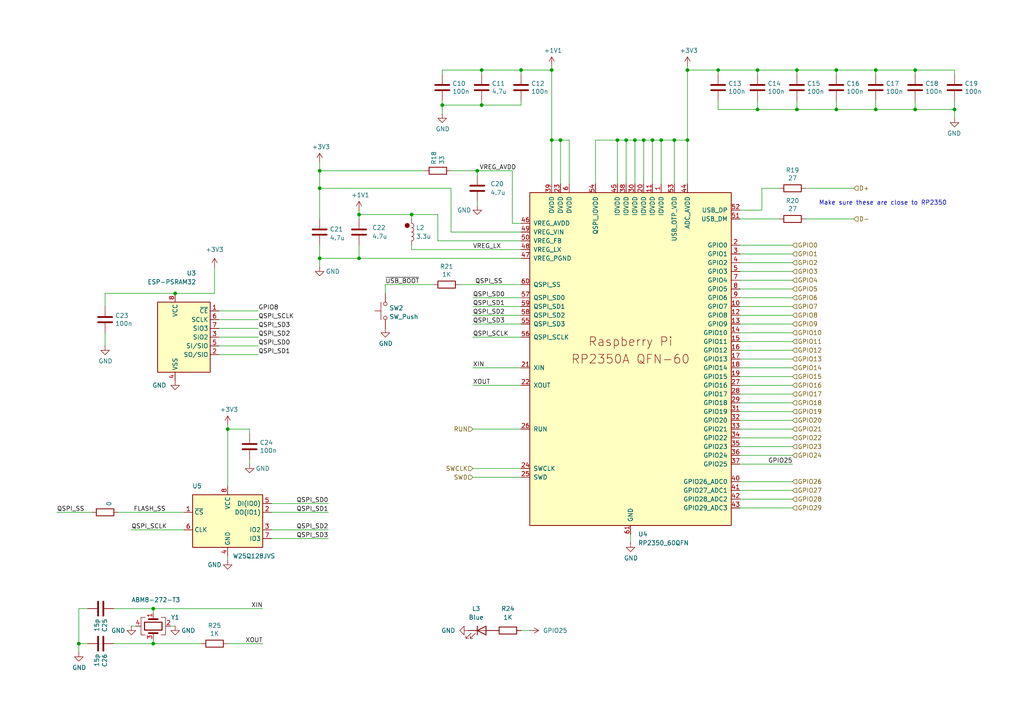
<source format=kicad_sch>
(kicad_sch (version 20250114) (generator "eeschema") (generator_version "9.0")
  (paper "A4")
  (title_block (title "MiniFRANK RM2") (date "2025-03-04") (rev "1.04") (company "Mikhail Matveev") (comment 1 "https://github.com/xtremespb/frank"))
  (lib_symbols
    (symbol "+1V1_1" (power) (pin_numbers (hide yes)) (pin_names (offset 0) (hide yes))
      (property "Value" "+1V1" (at 0 3.556 0))
      (symbol "+1V1_1_0_1"
        (polyline (pts (xy -0.762 1.27) (xy 0 2.54)))
        (polyline (pts (xy 0 2.54) (xy 0.762 1.27)))
        (polyline (pts (xy 0 0) (xy 0 2.54)))
      )
      (symbol "+1V1_1_1_1"
        (pin power_in line (at 0 0 90) (length 0) (name "~") (number "1"))
      )
    )
    (symbol "+3V3_1" (power) (pin_numbers (hide yes)) (pin_names (offset 0) (hide yes))
      (property "Value" "+3V3" (at 0 3.556 0))
      (symbol "+3V3_1_0_1"
        (polyline (pts (xy -0.762 1.27) (xy 0 2.54)))
        (polyline (pts (xy 0 2.54) (xy 0.762 1.27)))
        (polyline (pts (xy 0 0) (xy 0 2.54)))
      )
      (symbol "+3V3_1_1_1"
        (pin power_in line (at 0 0 90) (length 0) (name "~") (number "1"))
      )
    )
    (symbol "+3V3_3" (power) (pin_numbers (hide yes)) (pin_names (offset 0) (hide yes))
      (property "Value" "+3V3" (at 0 3.556 0))
      (symbol "+3V3_3_0_1"
        (polyline (pts (xy -0.762 1.27) (xy 0 2.54)))
        (polyline (pts (xy 0 2.54) (xy 0.762 1.27)))
        (polyline (pts (xy 0 0) (xy 0 2.54)))
      )
      (symbol "+3V3_3_1_1"
        (pin power_in line (at 0 0 90) (length 0) (name "~") (number "1"))
      )
    )
    (symbol "Device:C" (pin_numbers (hide yes)) (pin_names (offset 0.254))
      (property "Reference" "C" (at 0.635 2.54 0))
      (property "Value" "C" (at 0.635 -2.54 0))
      (symbol "C_0_1"
        (polyline (pts (xy -2.032 0.762) (xy 2.032 0.762)) (stroke (width 0.508)))
        (polyline (pts (xy -2.032 -0.762) (xy 2.032 -0.762)) (stroke (width 0.508)))
      )
      (symbol "C_1_1"
        (pin passive line (at 0 3.81 270) (length 2.794) (name "~") (number "1"))
        (pin passive line (at 0 -3.81 90) (length 2.794) (name "~") (number "2"))
      )
    )
    (symbol "Device:Crystal_GND24" (pin_names (offset 1.016) (hide yes))
      (property "Reference" "Y" (at 3.175 5.08 0))
      (property "Value" "Crystal_GND24" (at 3.175 3.175 0))
      (symbol "Crystal_GND24_0_1"
        (polyline (pts (xy -2.54 2.286) (xy -2.54 3.556) (xy 2.54 3.556) (xy 2.54 2.286)))
        (polyline (pts (xy -2.54 0) (xy -2.032 0)))
        (polyline (pts (xy -2.54 -2.286) (xy -2.54 -3.556) (xy 2.54 -3.556) (xy 2.54 -2.286)))
        (polyline (pts (xy -2.032 -1.27) (xy -2.032 1.27)) (stroke (width 0.508)))
        (rectangle (start -1.143 2.54) (end 1.143 -2.54) (stroke (width 0.3048)))
        (polyline (pts (xy 0 3.556) (xy 0 3.81)))
        (polyline (pts (xy 0 -3.81) (xy 0 -3.556)))
        (polyline (pts (xy 2.032 0) (xy 2.54 0)))
        (polyline (pts (xy 2.032 -1.27) (xy 2.032 1.27)) (stroke (width 0.508)))
      )
      (symbol "Crystal_GND24_1_1"
        (pin passive line (at -3.81 0 0) (length 1.27) (name "1") (number "1"))
        (pin passive line (at 0 5.08 270) (length 1.27) (name "2") (number "2"))
        (pin passive line (at 0 -5.08 90) (length 1.27) (name "4") (number "4"))
        (pin passive line (at 3.81 0 180) (length 1.27) (name "3") (number "3"))
      )
    )
    (symbol "Device:L" (pin_numbers (hide yes)) (pin_names (offset 1.016) (hide yes))
      (property "Reference" "L" (at -1.27 0 90))
      (property "Value" "L" (at 1.905 0 90))
      (symbol "L_0_1"
        (arc (start 0 2.54) (mid 0.6323 1.905) (end 0 1.27))
        (arc (start 0 1.27) (mid 0.6323 0.635) (end 0 0))
        (arc (start 0 0) (mid 0.6323 -0.635) (end 0 -1.27))
        (arc (start 0 -1.27) (mid 0.6323 -1.905) (end 0 -2.54))
      )
      (symbol "L_1_1"
        (pin passive line (at 0 3.81 270) (length 1.27) (name "1") (number "1"))
        (pin passive line (at 0 -3.81 90) (length 1.27) (name "2") (number "2"))
      )
    )
    (symbol "Device:LED" (pin_numbers (hide yes)) (pin_names (offset 1.016) (hide yes))
      (property "Reference" "D" (at 0 2.54 0))
      (property "Value" "LED" (at 0 -2.54 0))
      (symbol "LED_0_1"
        (polyline (pts (xy -3.048 -0.762) (xy -4.572 -2.286) (xy -3.81 -2.286) (xy -4.572 -2.286) (xy -4.572 -1.524)))
        (polyline (pts (xy -1.778 -0.762) (xy -3.302 -2.286) (xy -2.54 -2.286) (xy -3.302 -2.286) (xy -3.302 -1.524)))
        (polyline (pts (xy -1.27 0) (xy 1.27 0)))
        (polyline (pts (xy -1.27 -1.27) (xy -1.27 1.27)) (stroke (width 0.254)))
        (polyline (pts (xy 1.27 -1.27) (xy 1.27 1.27) (xy -1.27 0) (xy 1.27 -1.27)) (stroke (width 0.254)))
      )
      (symbol "LED_1_1"
        (pin passive line (at -3.81 0 0) (length 2.54) (name "K") (number "1"))
        (pin passive line (at 3.81 0 180) (length 2.54) (name "A") (number "2"))
      )
    )
    (symbol "Device:R" (pin_numbers (hide yes)) (pin_names (offset 0))
      (property "Reference" "R" (at 2.032 0 90))
      (property "Value" "R" (at 0 0 90))
      (symbol "R_0_1"
        (rectangle (start -1.016 -2.54) (end 1.016 2.54) (stroke (width 0.254)))
      )
      (symbol "R_1_1"
        (pin passive line (at 0 3.81 270) (length 1.27) (name "~") (number "1"))
        (pin passive line (at 0 -3.81 90) (length 1.27) (name "~") (number "2"))
      )
    )
    (symbol "FRANK:ESP-PSRAM32"
      (property "Reference" "PSR1" (at -8.89 1.2701 0))
      (property "Value" "PSRAM" (at -8.89 -1.2699 0))
      (symbol "ESP-PSRAM32_0_1"
        (rectangle (start -7.62 10.16) (end 7.62 -10.16) (stroke (width 0.254)) (fill (type background)))
      )
      (symbol "ESP-PSRAM32_1_1"
        (pin power_in line (at -2.54 12.7 270) (length 2.54) (name "VCC") (number "8"))
        (pin power_in line (at -2.54 -12.7 90) (length 2.54) (name "VSS") (number "4"))
        (pin input line (at 10.16 7.62 180) (length 2.54) (name "~{CE}") (number "1"))
        (pin output line (at 10.16 5.08 180) (length 2.54) (name "SCLK") (number "6"))
        (pin bidirectional line (at 10.16 2.54 180) (length 2.54) (name "SIO3") (number "7"))
        (pin bidirectional line (at 10.16 0 180) (length 2.54) (name "SIO2") (number "3"))
        (pin input line (at 10.16 -2.54 180) (length 2.54) (name "SI/SIO") (number "5"))
        (pin output line (at 10.16 -5.08 180) (length 2.54) (name "SO/SIO") (number "2"))
      )
    )
    (symbol "FRANK:RP2350A" (pin_names (offset 1.016))
      (property "Reference" "U2" (at 2.1941 -50.8 0))
      (property "Value" "RP2350A" (at 2.1941 -53.34 0))
      (symbol "RP2350A_0_0"
        (text "Raspberry Pi" (at 0 5.08 0) (effects (font (size 2.54 2.54))))
      )
      (symbol "RP2350A_0_1"
        (rectangle (start 29.21 48.26) (end -29.21 -48.26) (stroke (width 0.254)) (fill (type background)))
      )
      (symbol "RP2350A_1_0"
        (text "RP2350A QFN-60" (at 0 0 0) (effects (font (size 2.54 2.54))))
      )
      (symbol "RP2350A_1_1"
        (pin power_in line (at -31.75 39.37 0) (length 2.54) (name "VREG_AVDD") (number "46"))
        (pin power_in line (at -31.75 36.83 0) (length 2.54) (name "VREG_VIN") (number "49"))
        (pin input line (at -31.75 34.29 0) (length 2.54) (name "VREG_FB") (number "50"))
        (pin power_out line (at -31.75 31.75 0) (length 2.54) (name "VREG_LX") (number "48"))
        (pin power_in line (at -31.75 29.21 0) (length 2.54) (name "VREG_PGND") (number "47"))
        (pin bidirectional line (at -31.75 21.59 0) (length 2.54) (name "QSPI_SS") (number "60"))
        (pin bidirectional line (at -31.75 17.78 0) (length 2.54) (name "QSPI_SD0") (number "57"))
        (pin bidirectional line (at -31.75 15.24 0) (length 2.54) (name "QSPI_SD1") (number "59"))
        (pin bidirectional line (at -31.75 12.7 0) (length 2.54) (name "QSPI_SD2") (number "58"))
        (pin bidirectional line (at -31.75 10.16 0) (length 2.54) (name "QSPI_SD3") (number "55"))
        (pin output line (at -31.75 6.35 0) (length 2.54) (name "QSPI_SCLK") (number "56"))
        (pin input line (at -31.75 -2.54 0) (length 2.54) (name "XIN") (number "21"))
        (pin passive line (at -31.75 -7.62 0) (length 2.54) (name "XOUT") (number "22"))
        (pin input line (at -31.75 -20.32 0) (length 2.54) (name "RUN") (number "26"))
        (pin output line (at -31.75 -31.75 0) (length 2.54) (name "SWCLK") (number "24"))
        (pin bidirectional line (at -31.75 -34.29 0) (length 2.54) (name "SWD") (number "25"))
        (pin power_in line (at -22.86 50.8 270) (length 2.54) (name "DVDD") (number "39"))
        (pin power_in line (at -20.32 50.8 270) (length 2.54) (name "DVDD") (number "23"))
        (pin power_in line (at -17.78 50.8 270) (length 2.54) (name "DVDD") (number "6"))
        (pin power_in line (at -10.16 50.8 270) (length 2.54) (name "QSPI_IOVDD") (number "54"))
        (pin power_in line (at -3.81 50.8 270) (length 2.54) (name "IOVDD") (number "45"))
        (pin power_in line (at -1.27 50.8 270) (length 2.54) (name "IOVDD") (number "38"))
        (pin power_in line (at 0 -50.8 90) (length 2.54) (name "GND") (number "61"))
        (pin power_in line (at 1.27 50.8 270) (length 2.54) (name "IOVDD") (number "30"))
        (pin power_in line (at 3.81 50.8 270) (length 2.54) (name "IOVDD") (number "20"))
        (pin power_in line (at 6.35 50.8 270) (length 2.54) (name "IOVDD") (number "11"))
        (pin power_in line (at 8.89 50.8 270) (length 2.54) (name "IOVDD") (number "1"))
        (pin power_in line (at 12.7 50.8 270) (length 2.54) (name "USB_OTP_VDD") (number "53"))
        (pin power_in line (at 16.51 50.8 270) (length 2.54) (name "ADC_AVDD") (number "44"))
        (pin bidirectional line (at 31.75 43.18 180) (length 2.54) (name "USB_DP") (number "52"))
        (pin bidirectional line (at 31.75 40.64 180) (length 2.54) (name "USB_DM") (number "51"))
        (pin bidirectional line (at 31.75 33.02 180) (length 2.54) (name "GPIO0") (number "2"))
        (pin bidirectional line (at 31.75 30.48 180) (length 2.54) (name "GPIO1") (number "3"))
        (pin bidirectional line (at 31.75 27.94 180) (length 2.54) (name "GPIO2") (number "4"))
        (pin bidirectional line (at 31.75 25.4 180) (length 2.54) (name "GPIO3") (number "5"))
        (pin bidirectional line (at 31.75 22.86 180) (length 2.54) (name "GPIO4") (number "7"))
        (pin bidirectional line (at 31.75 20.32 180) (length 2.54) (name "GPIO5") (number "8"))
        (pin bidirectional line (at 31.75 17.78 180) (length 2.54) (name "GPIO6") (number "9"))
        (pin bidirectional line (at 31.75 15.24 180) (length 2.54) (name "GPIO7") (number "10"))
        (pin bidirectional line (at 31.75 12.7 180) (length 2.54) (name "GPIO8") (number "12"))
        (pin bidirectional line (at 31.75 10.16 180) (length 2.54) (name "GPIO9") (number "13"))
        (pin bidirectional line (at 31.75 7.62 180) (length 2.54) (name "GPIO10") (number "14"))
        (pin bidirectional line (at 31.75 5.08 180) (length 2.54) (name "GPIO11") (number "15"))
        (pin bidirectional line (at 31.75 2.54 180) (length 2.54) (name "GPIO12") (number "16"))
        (pin bidirectional line (at 31.75 0 180) (length 2.54) (name "GPIO13") (number "17"))
        (pin bidirectional line (at 31.75 -2.54 180) (length 2.54) (name "GPIO14") (number "18"))
        (pin bidirectional line (at 31.75 -5.08 180) (length 2.54) (name "GPIO15") (number "19"))
        (pin bidirectional line (at 31.75 -7.62 180) (length 2.54) (name "GPIO16") (number "27"))
        (pin bidirectional line (at 31.75 -10.16 180) (length 2.54) (name "GPIO17") (number "28"))
        (pin bidirectional line (at 31.75 -12.7 180) (length 2.54) (name "GPIO18") (number "29"))
        (pin bidirectional line (at 31.75 -15.24 180) (length 2.54) (name "GPIO19") (number "31"))
        (pin bidirectional line (at 31.75 -17.78 180) (length 2.54) (name "GPIO20") (number "32"))
        (pin bidirectional line (at 31.75 -20.32 180) (length 2.54) (name "GPIO21") (number "33"))
        (pin bidirectional line (at 31.75 -22.86 180) (length 2.54) (name "GPIO22") (number "34"))
        (pin bidirectional line (at 31.75 -25.4 180) (length 2.54) (name "GPIO23") (number "35"))
        (pin bidirectional line (at 31.75 -27.94 180) (length 2.54) (name "GPIO24") (number "36"))
        (pin bidirectional line (at 31.75 -30.48 180) (length 2.54) (name "GPIO25") (number "37"))
        (pin bidirectional line (at 31.75 -35.56 180) (length 2.54) (name "GPIO26_ADC0") (number "40"))
        (pin bidirectional line (at 31.75 -38.1 180) (length 2.54) (name "GPIO27_ADC1") (number "41"))
        (pin bidirectional line (at 31.75 -40.64 180) (length 2.54) (name "GPIO28_ADC2") (number "42"))
        (pin bidirectional line (at 31.75 -43.18 180) (length 2.54) (name "GPIO29_ADC3") (number "43"))
      )
    )
    (symbol "FRANK:W25Q128JVS"
      (property "Reference" "U3" (at -8.89 10.16 0))
      (property "Value" "W25Q128JVSQ" (at 7.62 -10.16 0))
      (symbol "W25Q128JVS_0_1"
        (rectangle (start -10.16 7.62) (end 10.16 -7.62) (stroke (width 0.254)) (fill (type background)))
      )
      (symbol "W25Q128JVS_1_1"
        (pin input line (at -12.7 2.54 0) (length 2.54) (name "~{CS}") (number "1"))
        (pin input line (at -12.7 -2.54 0) (length 2.54) (name "CLK") (number "6"))
        (pin power_in line (at 0 10.16 270) (length 2.54) (name "VCC") (number "8"))
        (pin power_in line (at 0 -10.16 90) (length 2.54) (name "GND") (number "4"))
        (pin bidirectional line (at 12.7 5.08 180) (length 2.54) (name "DI(IO0)") (number "5"))
        (pin bidirectional line (at 12.7 2.54 180) (length 2.54) (name "DO(IO1)") (number "2"))
        (pin bidirectional line (at 12.7 -2.54 180) (length 2.54) (name "IO2") (number "3"))
        (pin bidirectional line (at 12.7 -5.08 180) (length 2.54) (name "IO3") (number "7"))
      )
    )
    (symbol "GND_1" (power) (pin_numbers (hide yes)) (pin_names (offset 0) (hide yes))
      (property "Value" "GND" (at 0 -3.81 0))
      (symbol "GND_1_0_1"
        (polyline (pts (xy 0 0) (xy 0 -1.27) (xy 1.27 -1.27) (xy 0 -2.54) (xy -1.27 -1.27) (xy 0 -1.27)))
      )
      (symbol "GND_1_1_1"
        (pin power_in line (at 0 0 270) (length 0) (name "~") (number "1"))
      )
    )
    (symbol "GND_2" (power) (pin_numbers (hide yes)) (pin_names (offset 0) (hide yes))
      (property "Value" "GND" (at 0 -3.81 0))
      (symbol "GND_2_0_1"
        (polyline (pts (xy 0 0) (xy 0 -1.27) (xy 1.27 -1.27) (xy 0 -2.54) (xy -1.27 -1.27) (xy 0 -1.27)))
      )
      (symbol "GND_2_1_1"
        (pin power_in line (at 0 0 270) (length 0) (name "~") (number "1"))
      )
    )
    (symbol "GND_6" (power) (pin_numbers (hide yes)) (pin_names (offset 0) (hide yes))
      (property "Value" "GND" (at 0 -3.81 0))
      (symbol "GND_6_0_1"
        (polyline (pts (xy 0 0) (xy 0 -1.27) (xy 1.27 -1.27) (xy 0 -2.54) (xy -1.27 -1.27) (xy 0 -1.27)))
      )
      (symbol "GND_6_1_1"
        (pin power_in line (at 0 0 270) (length 0) (name "~") (number "1"))
      )
    )
    (symbol "Switch:SW_Push" (pin_numbers (hide yes)) (pin_names (offset 1.016) (hide yes))
      (property "Reference" "SW" (at 1.27 2.54 0))
      (property "Value" "SW_Push" (at 0 -1.524 0))
      (symbol "SW_Push_0_1"
        (circle (center -2.032 0) (radius 0.508))
        (polyline (pts (xy 0 1.27) (xy 0 3.048)))
        (circle (center 2.032 0) (radius 0.508))
        (polyline (pts (xy 2.54 1.27) (xy -2.54 1.27)))
        (pin passive line (at -5.08 0 0) (length 2.54) (name "1") (number "1"))
        (pin passive line (at 5.08 0 180) (length 2.54) (name "2") (number "2"))
      )
    )
    (symbol "power:+1V1" (power) (pin_numbers (hide yes)) (pin_names (offset 0) (hide yes))
      (property "Value" "+1V1" (at 0 3.556 0))
      (symbol "+1V1_0_1"
        (polyline (pts (xy -0.762 1.27) (xy 0 2.54)))
        (polyline (pts (xy 0 2.54) (xy 0.762 1.27)))
        (polyline (pts (xy 0 0) (xy 0 2.54)))
      )
      (symbol "+1V1_1_1"
        (pin power_in line (at 0 0 90) (length 0) (name "~") (number "1"))
      )
    )
    (symbol "power:+3V3" (power) (pin_numbers (hide yes)) (pin_names (offset 0) (hide yes))
      (property "Value" "+3V3" (at 0 3.556 0))
      (symbol "+3V3_0_1"
        (polyline (pts (xy -0.762 1.27) (xy 0 2.54)))
        (polyline (pts (xy 0 2.54) (xy 0.762 1.27)))
        (polyline (pts (xy 0 0) (xy 0 2.54)))
      )
      (symbol "+3V3_1_1"
        (pin power_in line (at 0 0 90) (length 0) (name "~") (number "1"))
      )
    )
    (symbol "power:GND" (power) (pin_numbers (hide yes)) (pin_names (offset 0) (hide yes))
      (property "Value" "GND" (at 0 -3.81 0))
      (symbol "GND_0_1"
        (polyline (pts (xy 0 0) (xy 0 -1.27) (xy 1.27 -1.27) (xy 0 -2.54) (xy -1.27 -1.27) (xy 0 -1.27)))
      )
      (symbol "GND_1_1"
        (pin power_in line (at 0 0 270) (length 0) (name "~") (number "1"))
      )
    )
  )
  (circle (center 118.11 65.405) (radius 0.635) (stroke (width 0) (color 132 0 0 1)) (fill (type color) (color 132 0 0 1)))
  (text "Make sure these are close to RP2350\n" (at 237.49 59.69 0) (effects (font (size 1.27 1.27)) (justify left bottom)))
  (junction (at 92.71 54.61))
  (junction (at 195.58 40.64))
  (junction (at 199.39 20.32))
  (junction (at 242.57 31.75))
  (junction (at 208.28 20.32))
  (junction (at 186.69 40.64))
  (junction (at 219.71 31.75))
  (junction (at 151.13 20.32))
  (junction (at 104.14 62.23))
  (junction (at 160.02 40.64))
  (junction (at 181.61 40.64))
  (junction (at 242.57 20.32))
  (junction (at 50.8 85.09))
  (junction (at 139.7 20.32))
  (junction (at 66.04 124.46))
  (junction (at 231.14 31.75))
  (junction (at 254 31.75))
  (junction (at 199.39 40.64))
  (junction (at 92.71 74.93))
  (junction (at 44.45 176.53))
  (junction (at 189.23 40.64))
  (junction (at 22.86 186.69))
  (junction (at 184.15 40.64))
  (junction (at 139.7 30.48))
  (junction (at 179.07 40.64))
  (junction (at 265.43 31.75))
  (junction (at 104.14 74.93))
  (junction (at 128.27 30.48))
  (junction (at 119.38 62.23))
  (junction (at 138.43 49.53))
  (junction (at 160.02 20.32))
  (junction (at 265.43 20.32))
  (junction (at 231.14 20.32))
  (junction (at 254 20.32))
  (junction (at 44.45 186.69))
  (junction (at 191.77 40.64))
  (junction (at 219.71 20.32))
  (junction (at 162.56 40.64))
  (junction (at 92.71 49.53))
  (junction (at 276.86 31.75))
  (wire (pts (xy 214.63 121.92) (xy 229.87 121.92)))
  (wire (pts (xy 214.63 93.98) (xy 229.87 93.98)))
  (wire (pts (xy 49.53 181.61) (xy 50.8 181.61)))
  (wire (pts (xy 111.76 82.55) (xy 111.76 85.09)))
  (wire (pts (xy 233.68 54.61) (xy 247.65 54.61)))
  (wire (pts (xy 214.63 111.76) (xy 229.87 111.76)))
  (wire (pts (xy 214.63 129.54) (xy 229.87 129.54)))
  (wire (pts (xy 214.63 99.06) (xy 229.87 99.06)))
  (wire (pts (xy 214.63 104.14) (xy 229.87 104.14)))
  (wire (pts (xy 127 62.23) (xy 119.38 62.23)))
  (wire (pts (xy 138.43 59.69) (xy 138.43 58.42)))
  (wire (pts (xy 72.39 124.46) (xy 66.04 124.46)))
  (wire (pts (xy 66.04 123.19) (xy 66.04 124.46)))
  (wire (pts (xy 25.4 186.69) (xy 22.86 186.69)))
  (wire (pts (xy 265.43 31.75) (xy 276.86 31.75)))
  (wire (pts (xy 72.39 125.73) (xy 72.39 124.46)))
  (wire (pts (xy 137.16 106.68) (xy 151.13 106.68)))
  (wire (pts (xy 231.14 21.59) (xy 231.14 20.32)))
  (wire (pts (xy 184.15 40.64) (xy 186.69 40.64)))
  (wire (pts (xy 92.71 49.53) (xy 123.19 49.53)))
  (wire (pts (xy 63.5 97.79) (xy 74.93 97.79)))
  (wire (pts (xy 78.74 148.59) (xy 95.25 148.59)))
  (wire (pts (xy 92.71 74.93) (xy 92.71 77.47)))
  (wire (pts (xy 72.39 133.35) (xy 72.39 134.62)))
  (wire (pts (xy 214.63 71.12) (xy 229.87 71.12)))
  (wire (pts (xy 138.43 49.53) (xy 148.59 49.53)))
  (wire (pts (xy 181.61 53.34) (xy 181.61 40.64)))
  (wire (pts (xy 22.86 186.69) (xy 22.86 189.23)))
  (wire (pts (xy 151.13 30.48) (xy 151.13 29.21)))
  (wire (pts (xy 44.45 185.42) (xy 44.45 186.69)))
  (wire (pts (xy 208.28 29.21) (xy 208.28 31.75)))
  (wire (pts (xy 276.86 29.21) (xy 276.86 31.75)))
  (wire (pts (xy 137.16 93.98) (xy 151.13 93.98)))
  (wire (pts (xy 128.27 20.32) (xy 139.7 20.32)))
  (wire (pts (xy 214.63 76.2) (xy 229.87 76.2)))
  (wire (pts (xy 66.04 161.29) (xy 66.04 162.56)))
  (wire (pts (xy 139.7 20.32) (xy 151.13 20.32)))
  (wire (pts (xy 162.56 53.34) (xy 162.56 40.64)))
  (wire (pts (xy 242.57 31.75) (xy 231.14 31.75)))
  (wire (pts (xy 104.14 62.23) (xy 119.38 62.23)))
  (wire (pts (xy 62.23 77.47) (xy 62.23 85.09)))
  (wire (pts (xy 214.63 139.7) (xy 229.87 139.7)))
  (wire (pts (xy 208.28 21.59) (xy 208.28 20.32)))
  (wire (pts (xy 119.38 72.39) (xy 119.38 71.12)))
  (wire (pts (xy 162.56 40.64) (xy 160.02 40.64)))
  (wire (pts (xy 220.98 54.61) (xy 220.98 60.96)))
  (wire (pts (xy 214.63 91.44) (xy 229.87 91.44)))
  (wire (pts (xy 214.63 96.52) (xy 229.87 96.52)))
  (wire (pts (xy 172.72 53.34) (xy 172.72 40.64)))
  (wire (pts (xy 78.74 156.21) (xy 95.25 156.21)))
  (wire (pts (xy 195.58 40.64) (xy 199.39 40.64)))
  (wire (pts (xy 104.14 63.5) (xy 104.14 62.23)))
  (wire (pts (xy 63.5 102.87) (xy 74.93 102.87)))
  (wire (pts (xy 214.63 147.32) (xy 229.87 147.32)))
  (wire (pts (xy 254 21.59) (xy 254 20.32)))
  (wire (pts (xy 151.13 21.59) (xy 151.13 20.32)))
  (wire (pts (xy 165.1 40.64) (xy 165.1 53.34)))
  (wire (pts (xy 160.02 20.32) (xy 160.02 40.64)))
  (wire (pts (xy 138.43 49.53) (xy 138.43 50.8)))
  (wire (pts (xy 92.71 54.61) (xy 130.81 54.61)))
  (wire (pts (xy 78.74 153.67) (xy 95.25 153.67)))
  (wire (pts (xy 63.5 90.17) (xy 74.93 90.17)))
  (wire (pts (xy 276.86 21.59) (xy 276.86 20.32)))
  (wire (pts (xy 137.16 88.9) (xy 151.13 88.9)))
  (wire (pts (xy 233.68 63.5) (xy 247.65 63.5)))
  (wire (pts (xy 199.39 20.32) (xy 208.28 20.32)))
  (wire (pts (xy 22.86 176.53) (xy 22.86 186.69)))
  (wire (pts (xy 151.13 135.89) (xy 137.16 135.89)))
  (wire (pts (xy 214.63 127) (xy 229.87 127)))
  (wire (pts (xy 214.63 101.6) (xy 229.87 101.6)))
  (wire (pts (xy 242.57 20.32) (xy 254 20.32)))
  (wire (pts (xy 189.23 40.64) (xy 191.77 40.64)))
  (wire (pts (xy 92.71 54.61) (xy 92.71 63.5)))
  (wire (pts (xy 33.02 176.53) (xy 44.45 176.53)))
  (wire (pts (xy 219.71 21.59) (xy 219.71 20.32)))
  (wire (pts (xy 214.63 81.28) (xy 229.87 81.28)))
  (wire (pts (xy 151.13 82.55) (xy 133.35 82.55)))
  (wire (pts (xy 181.61 40.64) (xy 184.15 40.64)))
  (wire (pts (xy 151.13 97.79) (xy 137.16 97.79)))
  (wire (pts (xy 38.1 153.67) (xy 53.34 153.67)))
  (wire (pts (xy 276.86 31.75) (xy 276.86 34.29)))
  (wire (pts (xy 25.4 176.53) (xy 22.86 176.53)))
  (wire (pts (xy 130.81 54.61) (xy 130.81 67.31)))
  (wire (pts (xy 189.23 53.34) (xy 189.23 40.64)))
  (wire (pts (xy 30.48 85.09) (xy 30.48 88.9)))
  (wire (pts (xy 265.43 20.32) (xy 276.86 20.32)))
  (wire (pts (xy 160.02 19.05) (xy 160.02 20.32)))
  (wire (pts (xy 151.13 182.88) (xy 153.67 182.88)))
  (wire (pts (xy 186.69 40.64) (xy 189.23 40.64)))
  (wire (pts (xy 254 20.32) (xy 265.43 20.32)))
  (wire (pts (xy 62.23 85.09) (xy 50.8 85.09)))
  (wire (pts (xy 151.13 111.76) (xy 137.16 111.76)))
  (wire (pts (xy 199.39 40.64) (xy 199.39 53.34)))
  (wire (pts (xy 214.63 134.62) (xy 229.87 134.62)))
  (wire (pts (xy 254 29.21) (xy 254 31.75)))
  (wire (pts (xy 34.29 148.59) (xy 53.34 148.59)))
  (wire (pts (xy 44.45 186.69) (xy 58.42 186.69)))
  (wire (pts (xy 214.63 144.78) (xy 229.87 144.78)))
  (wire (pts (xy 186.69 53.34) (xy 186.69 40.64)))
  (wire (pts (xy 214.63 109.22) (xy 229.87 109.22)))
  (wire (pts (xy 265.43 29.21) (xy 265.43 31.75)))
  (wire (pts (xy 160.02 40.64) (xy 160.02 53.34)))
  (wire (pts (xy 162.56 40.64) (xy 165.1 40.64)))
  (wire (pts (xy 214.63 132.08) (xy 229.87 132.08)))
  (wire (pts (xy 195.58 53.34) (xy 195.58 40.64)))
  (wire (pts (xy 219.71 20.32) (xy 231.14 20.32)))
  (wire (pts (xy 92.71 71.12) (xy 92.71 74.93)))
  (wire (pts (xy 130.81 67.31) (xy 151.13 67.31)))
  (wire (pts (xy 127 69.85) (xy 127 62.23)))
  (wire (pts (xy 104.14 74.93) (xy 151.13 74.93)))
  (wire (pts (xy 44.45 177.8) (xy 44.45 176.53)))
  (wire (pts (xy 265.43 21.59) (xy 265.43 20.32)))
  (wire (pts (xy 231.14 20.32) (xy 242.57 20.32)))
  (wire (pts (xy 92.71 49.53) (xy 92.71 54.61)))
  (wire (pts (xy 179.07 53.34) (xy 179.07 40.64)))
  (wire (pts (xy 128.27 30.48) (xy 128.27 33.02)))
  (wire (pts (xy 214.63 63.5) (xy 226.06 63.5)))
  (wire (pts (xy 182.88 154.94) (xy 182.88 157.48)))
  (wire (pts (xy 219.71 29.21) (xy 219.71 31.75)))
  (wire (pts (xy 119.38 62.23) (xy 119.38 63.5)))
  (wire (pts (xy 139.7 30.48) (xy 151.13 30.48)))
  (wire (pts (xy 125.73 82.55) (xy 111.76 82.55)))
  (wire (pts (xy 151.13 20.32) (xy 160.02 20.32)))
  (wire (pts (xy 199.39 19.05) (xy 199.39 20.32)))
  (wire (pts (xy 199.39 20.32) (xy 199.39 40.64)))
  (wire (pts (xy 151.13 124.46) (xy 137.16 124.46)))
  (wire (pts (xy 214.63 114.3) (xy 229.87 114.3)))
  (wire (pts (xy 78.74 146.05) (xy 95.25 146.05)))
  (wire (pts (xy 214.63 86.36) (xy 229.87 86.36)))
  (wire (pts (xy 148.59 49.53) (xy 148.59 64.77)))
  (wire (pts (xy 242.57 29.21) (xy 242.57 31.75)))
  (wire (pts (xy 214.63 106.68) (xy 229.87 106.68)))
  (wire (pts (xy 16.51 148.59) (xy 26.67 148.59)))
  (wire (pts (xy 214.63 142.24) (xy 229.87 142.24)))
  (wire (pts (xy 66.04 124.46) (xy 66.04 140.97)))
  (wire (pts (xy 214.63 88.9) (xy 229.87 88.9)))
  (wire (pts (xy 104.14 71.12) (xy 104.14 74.93)))
  (wire (pts (xy 44.45 176.53) (xy 76.2 176.53)))
  (wire (pts (xy 63.5 92.71) (xy 74.93 92.71)))
  (wire (pts (xy 208.28 20.32) (xy 219.71 20.32)))
  (wire (pts (xy 128.27 29.21) (xy 128.27 30.48)))
  (wire (pts (xy 214.63 60.96) (xy 220.98 60.96)))
  (wire (pts (xy 139.7 21.59) (xy 139.7 20.32)))
  (wire (pts (xy 38.1 181.61) (xy 39.37 181.61)))
  (wire (pts (xy 151.13 138.43) (xy 137.16 138.43)))
  (wire (pts (xy 184.15 53.34) (xy 184.15 40.64)))
  (wire (pts (xy 128.27 30.48) (xy 139.7 30.48)))
  (wire (pts (xy 128.27 21.59) (xy 128.27 20.32)))
  (wire (pts (xy 137.16 86.36) (xy 151.13 86.36)))
  (wire (pts (xy 30.48 96.52) (xy 30.48 100.33)))
  (wire (pts (xy 179.07 40.64) (xy 181.61 40.64)))
  (wire (pts (xy 214.63 73.66) (xy 229.87 73.66)))
  (wire (pts (xy 104.14 60.96) (xy 104.14 62.23)))
  (wire (pts (xy 214.63 116.84) (xy 229.87 116.84)))
  (wire (pts (xy 63.5 100.33) (xy 74.93 100.33)))
  (wire (pts (xy 151.13 69.85) (xy 127 69.85)))
  (wire (pts (xy 119.38 72.39) (xy 151.13 72.39)))
  (wire (pts (xy 191.77 40.64) (xy 191.77 53.34)))
  (wire (pts (xy 231.14 29.21) (xy 231.14 31.75)))
  (wire (pts (xy 214.63 124.46) (xy 229.87 124.46)))
  (wire (pts (xy 92.71 46.99) (xy 92.71 49.53)))
  (wire (pts (xy 219.71 31.75) (xy 208.28 31.75)))
  (wire (pts (xy 265.43 31.75) (xy 254 31.75)))
  (wire (pts (xy 172.72 40.64) (xy 179.07 40.64)))
  (wire (pts (xy 214.63 119.38) (xy 229.87 119.38)))
  (wire (pts (xy 191.77 40.64) (xy 195.58 40.64)))
  (wire (pts (xy 137.16 91.44) (xy 151.13 91.44)))
  (wire (pts (xy 33.02 186.69) (xy 44.45 186.69)))
  (wire (pts (xy 231.14 31.75) (xy 219.71 31.75)))
  (wire (pts (xy 254 31.75) (xy 242.57 31.75)))
  (wire (pts (xy 139.7 29.21) (xy 139.7 30.48)))
  (wire (pts (xy 242.57 21.59) (xy 242.57 20.32)))
  (wire (pts (xy 92.71 74.93) (xy 104.14 74.93)))
  (wire (pts (xy 214.63 83.82) (xy 229.87 83.82)))
  (wire (pts (xy 220.98 54.61) (xy 226.06 54.61)))
  (wire (pts (xy 148.59 64.77) (xy 151.13 64.77)))
  (wire (pts (xy 63.5 95.25) (xy 74.93 95.25)))
  (wire (pts (xy 30.48 85.09) (xy 50.8 85.09)))
  (wire (pts (xy 66.04 186.69) (xy 76.2 186.69)))
  (wire (pts (xy 130.81 49.53) (xy 138.43 49.53)))
  (wire (pts (xy 214.63 78.74) (xy 229.87 78.74)))
  (label "QSPI_SD2" (at 137.16 91.44 0))
  (label "VREG_AVDD" (at 139.065 49.53 0))
  (label "XOUT" (at 137.16 111.76 0))
  (label "XIN" (at 76.2 176.53 180))
  (label "QSPI_SS" (at 16.51 148.59 0))
  (label "QSPI_SD3" (at 137.16 93.98 0))
  (label "QSPI_SD2" (at 95.25 153.67 180))
  (label "QSPI_SS" (at 137.795 82.55 0))
  (label "QSPI_SD0" (at 74.93 100.33 0))
  (label "QSPI_SD3" (at 74.93 95.25 0))
  (label "~{USB_BOOT}" (at 111.76 82.55 0))
  (label "QSPI_SCLK" (at 38.1 153.67 0))
  (label "QSPI_SD1" (at 95.25 148.59 180))
  (label "QSPI_SD2" (at 74.93 97.79 0))
  (label "XIN" (at 137.16 106.68 0))
  (label "GPIO25" (at 229.87 134.62 180))
  (label "QSPI_SD0" (at 95.25 146.05 180))
  (label "GPIO8" (at 74.93 90.17 0))
  (label "QSPI_SCLK" (at 137.16 97.79 0))
  (label "QSPI_SD1" (at 74.93 102.87 0))
  (label "XOUT" (at 76.2 186.69 180))
  (label "QSPI_SD3" (at 95.25 156.21 180))
  (label "QSPI_SD0" (at 137.16 86.36 0))
  (label "FLASH_SS" (at 38.735 148.59 0))
  (label "QSPI_SD1" (at 137.16 88.9 0))
  (label "VREG_LX" (at 137.16 72.39 0))
  (label "QSPI_SCLK" (at 74.93 92.71 0))
  (hierarchical_label "GPIO26" (shape input) (at 229.87 139.7 0))
  (hierarchical_label "RUN" (shape input) (at 137.16 124.46 180))
  (hierarchical_label "GPIO8" (shape input) (at 229.87 91.44 0))
  (hierarchical_label "GPIO5" (shape input) (at 229.87 83.82 0))
  (hierarchical_label "GPIO19" (shape input) (at 229.87 119.38 0))
  (hierarchical_label "D+" (shape input) (at 247.65 54.61 0))
  (hierarchical_label "GPIO7" (shape input) (at 229.87 88.9 0))
  (hierarchical_label "GPIO24" (shape input) (at 229.87 132.08 0))
  (hierarchical_label "GPIO1" (shape input) (at 229.87 73.66 0))
  (hierarchical_label "GPIO12" (shape input) (at 229.87 101.6 0))
  (hierarchical_label "D-" (shape input) (at 247.65 63.5 0))
  (hierarchical_label "GPIO21" (shape input) (at 229.87 124.46 0))
  (hierarchical_label "GPIO14" (shape input) (at 229.87 106.68 0))
  (hierarchical_label "SWCLK" (shape input) (at 137.16 135.89 180))
  (hierarchical_label "GPIO17" (shape input) (at 229.87 114.3 0))
  (hierarchical_label "GPIO9" (shape input) (at 229.87 93.98 0))
  (hierarchical_label "GPIO22" (shape input) (at 229.87 127 0))
  (hierarchical_label "GPIO6" (shape input) (at 229.87 86.36 0))
  (hierarchical_label "GPIO2" (shape input) (at 229.87 76.2 0))
  (hierarchical_label "GPIO0" (shape input) (at 229.87 71.12 0))
  (hierarchical_label "GPIO4" (shape input) (at 229.87 81.28 0))
  (hierarchical_label "GPIO27" (shape input) (at 229.87 142.24 0))
  (hierarchical_label "GPIO29" (shape input) (at 229.87 147.32 0))
  (hierarchical_label "GPIO13" (shape input) (at 229.87 104.14 0))
  (hierarchical_label "GPIO15" (shape input) (at 229.87 109.22 0))
  (hierarchical_label "GPIO11" (shape input) (at 229.87 99.06 0))
  (hierarchical_label "GPIO10" (shape input) (at 229.87 96.52 0))
  (hierarchical_label "GPIO23" (shape input) (at 229.87 129.54 0))
  (hierarchical_label "GPIO20" (shape input) (at 229.87 121.92 0))
  (hierarchical_label "GPIO3" (shape input) (at 229.87 78.74 0))
  (hierarchical_label "SWD" (shape input) (at 137.16 138.43 180))
  (hierarchical_label "GPIO28" (shape input) (at 229.87 144.78 0))
  (hierarchical_label "GPIO18" (shape input) (at 229.87 116.84 0))
  (hierarchical_label "GPIO16" (shape input) (at 229.87 111.76 0))
  (symbol (lib_id "Device:R") (at 127 49.53 90) (unit 1)
    (property "Reference" "R18" (at 125.8316 47.752 0) (effects (justify left)))
    (property "Value" "33" (at 128.143 47.752 0) (effects (justify left)))
    (property "Footprint" "FRANK:Resistor (0805)" (effects (hide yes)))
  )
  (symbol (lib_id "Device:C") (at 208.28 25.4 0) (unit 1)
    (property "Reference" "C13" (at 211.201 24.2316 0) (effects (justify left)))
    (property "Value" "100n" (at 211.201 26.543 0) (effects (justify left)))
    (property "Footprint" "FRANK:Capacitor (0805)" (effects (hide yes)))
  )
  (symbol (lib_id "Device:C") (at 151.13 25.4 0) (unit 1)
    (property "Reference" "C12" (at 154.051 24.2316 0) (effects (justify left)))
    (property "Value" "100n" (at 154.051 26.543 0) (effects (justify left)))
    (property "Footprint" "FRANK:Capacitor (0805)" (effects (hide yes)))
  )
  (symbol (lib_id "power:+1V1") (at 104.14 60.96 0) (unit 1)
    (property "Reference" "#PWR037" (effects (hide yes)))
    (property "Value" "+1V1" (at 104.521 56.5658 0))
    (property "Description" "Power symbol creates a global label with name \"+1V1\"" (effects (hide yes)))
  )
  (symbol (lib_id "Device:R") (at 229.87 54.61 270) (unit 1)
    (property "Reference" "R19" (at 229.87 49.3522 90))
    (property "Value" "27" (at 229.87 51.6636 90))
    (property "Footprint" "FRANK:Resistor (0805)" (effects (hide yes)))
  )
  (symbol (lib_id "Device:C") (at 231.14 25.4 0) (unit 1)
    (property "Reference" "C15" (at 234.061 24.2316 0) (effects (justify left)))
    (property "Value" "100n" (at 234.061 26.543 0) (effects (justify left)))
    (property "Footprint" "FRANK:Capacitor (0805)" (effects (hide yes)))
  )
  (symbol (lib_id "power:GND") (at 128.27 33.02 0) (unit 1)
    (property "Reference" "#PWR033" (effects (hide yes)))
    (property "Value" "GND" (at 128.397 37.4142 0))
  )
  (symbol (lib_id "Device:C") (at 265.43 25.4 0) (unit 1)
    (property "Reference" "C18" (at 268.351 24.2316 0) (effects (justify left)))
    (property "Value" "100n" (at 268.351 26.543 0) (effects (justify left)))
    (property "Footprint" "FRANK:Capacitor (0805)" (effects (hide yes)))
  )
  (symbol (lib_id "FRANK:ESP-PSRAM32") (at 53.34 97.79 0) (unit 1)
    (property "Reference" "U3" (at 56.896 79.248 0) (effects (justify right)))
    (property "Value" "ESP-PSRAM32" (at 56.896 81.788 0) (effects (justify right)))
    (property "Footprint" "FRANK:SO-8" (effects (hide yes)))
    (property "Datasheet" "https://www.espressif.com/sites/default/files/documentation/esp-psram32_datasheet_en.pdf" (effects (hide yes)))
    (property "AliExpress" "https://www.aliexpress.com/item/1005006440914173.html" (effects (hide yes)))
  )
  (symbol (lib_name "GND_1") (lib_id "power:GND") (at 30.48 100.33 0) (unit 1)
    (property "Reference" "#PWR041" (effects (hide yes)))
    (property "Value" "GND" (at 30.607 104.7242 0))
    (property "Description" "Power symbol creates a global label with name \"GND\" , ground" (effects (hide yes)))
  )
  (symbol (lib_id "power:GND") (at 276.86 34.29 0) (mirror y) (unit 1)
    (property "Reference" "#PWR034" (effects (hide yes)))
    (property "Value" "GND" (at 276.733 38.6842 0))
  )
  (symbol (lib_id "power:GND") (at 111.76 95.25 0) (unit 1)
    (property "Reference" "#PWR040" (effects (hide yes)))
    (property "Value" "GND" (at 111.887 99.6442 0))
  )
  (symbol (lib_id "Device:C") (at 254 25.4 0) (unit 1)
    (property "Reference" "C17" (at 256.921 24.2316 0) (effects (justify left)))
    (property "Value" "100n" (at 256.921 26.543 0) (effects (justify left)))
    (property "Footprint" "FRANK:Capacitor (0805)" (effects (hide yes)))
  )
  (symbol (lib_id "Device:C") (at 29.21 186.69 270) (unit 1)
    (property "Reference" "C26" (at 30.3784 189.611 0) (effects (justify left)))
    (property "Value" "15p" (at 28.067 189.611 0) (effects (justify left)))
    (property "Footprint" "FRANK:Capacitor (0805)" (effects (hide yes)))
  )
  (symbol (lib_id "power:GND") (at 182.88 157.48 0) (unit 1)
    (property "Reference" "#PWR045" (effects (hide yes)))
    (property "Value" "GND" (at 183.007 161.8742 0))
  )
  (symbol (lib_id "Device:C") (at 242.57 25.4 0) (unit 1)
    (property "Reference" "C16" (at 245.491 24.2316 0) (effects (justify left)))
    (property "Value" "100n" (at 245.491 26.543 0) (effects (justify left)))
    (property "Footprint" "FRANK:Capacitor (0805)" (effects (hide yes)))
  )
  (symbol (lib_id "Device:R") (at 147.32 182.88 90) (unit 1)
    (property "Reference" "R24" (at 147.32 176.53 90))
    (property "Value" "1K" (at 147.32 179.07 90))
    (property "Footprint" "FRANK:Resistor (0805)" (effects (hide yes)))
    (property "Datasheet" "https://www.vishay.com/docs/28952/mcs0402at-mct0603at-mcu0805at-mca1206at.pdf" (effects (hide yes)))
    (property "Description" "Resistor" (effects (hide yes)))
    (property "AliExpress" "https://www.vishay.com/docs/28952/mcs0402at-mct0603at-mcu0805at-mca1206at.pdf" (effects (hide yes)))
  )
  (symbol (lib_id "power:+3V3") (at 199.39 19.05 0) (unit 1)
    (property "Reference" "#PWR032" (effects (hide yes)))
    (property "Value" "+3V3" (at 199.771 14.6558 0))
  )
  (symbol (lib_id "Device:R") (at 229.87 63.5 270) (unit 1)
    (property "Reference" "R20" (at 229.87 58.2422 90))
    (property "Value" "27" (at 229.87 60.5536 90))
    (property "Footprint" "FRANK:Resistor (0805)" (effects (hide yes)))
  )
  (symbol (lib_id "Device:Crystal_GND24") (at 44.45 181.61 270) (unit 1)
    (property "Reference" "Y1" (at 49.53 179.07 90) (effects (justify left)))
    (property "Value" "ABM8-272-T3" (at 38.1 173.99 90) (effects (justify left)))
    (property "Footprint" "FRANK:Crystal (3225)" (effects (hide yes)))
  )
  (symbol (lib_id "power:GND") (at 66.04 162.56 0) (unit 1)
    (property "Reference" "#PWR046" (effects (hide yes)))
    (property "Value" "GND" (at 62.23 163.83 0))
  )
  (symbol (lib_name "GND_6") (lib_id "power:GND") (at 50.8 110.49 0) (unit 1)
    (property "Reference" "#PWR042" (effects (hide yes)))
    (property "Value" "GND" (at 48.26 111.76 0) (effects (justify right)))
    (property "Description" "Power symbol creates a global label with name \"GND\" , ground" (effects (hide yes)))
  )
  (symbol (lib_name "+1V1_1") (lib_id "power:+1V1") (at 160.02 19.05 0) (unit 1)
    (property "Reference" "#PWR031" (effects (hide yes)))
    (property "Value" "+1V1" (at 160.401 14.6558 0))
    (property "Description" "Power symbol creates a global label with name \"+1V1\"" (effects (hide yes)))
  )
  (symbol (lib_id "power:GND") (at 72.39 134.62 0) (unit 1)
    (property "Reference" "#PWR044" (effects (hide yes)))
    (property "Value" "GND" (at 76.2 135.89 0))
  )
  (symbol (lib_id "Device:C") (at 30.48 92.71 0) (unit 1)
    (property "Reference" "C23" (at 33.401 91.5416 0) (effects (justify left)))
    (property "Value" "100n" (at 33.401 93.853 0) (effects (justify left)))
    (property "Footprint" "FRANK:Capacitor (0805)" (effects (hide yes)))
    (property "Datasheet" "https://eu.mouser.com/datasheet/2/447/KEM_C1075_X7R_HT_SMD-3316221.pdf" (effects (hide yes)))
    (property "AliExpress" "https://www.aliexpress.com/item/33008008276.html" (effects (hide yes)))
  )
  (symbol (lib_id "Device:C") (at 139.7 25.4 0) (unit 1)
    (property "Reference" "C11" (at 142.621 24.2316 0) (effects (justify left)))
    (property "Value" "4.7u" (at 142.621 26.543 0) (effects (justify left)))
    (property "Footprint" "FRANK:Capacitor (0805)" (effects (hide yes)))
  )
  (symbol (lib_name "+3V3_1") (lib_id "power:+3V3") (at 153.67 182.88 270) (unit 1)
    (property "Reference" "#PWR050" (effects (hide yes)))
    (property "Value" "GPIO25" (at 157.48 182.8799 90) (effects (justify left)))
    (property "Description" "Power symbol creates a global label with name \"+3V3\"" (effects (hide yes)))
  )
  (symbol (lib_id "Device:C") (at 219.71 25.4 0) (unit 1)
    (property "Reference" "C14" (at 222.631 24.2316 0) (effects (justify left)))
    (property "Value" "100n" (at 222.631 26.543 0) (effects (justify left)))
    (property "Footprint" "FRANK:Capacitor (0805)" (effects (hide yes)))
  )
  (symbol (lib_id "FRANK:W25Q128JVS") (at 66.04 151.13 0) (unit 1)
    (property "Reference" "U5" (at 57.15 140.97 0))
    (property "Value" "W25Q128JVS" (at 73.66 161.29 0))
    (property "Footprint" "FRANK:SOIC-8" (effects (hide yes)))
    (property "Datasheet" "http://www.winbond.com/resource-files/w25q128jv_dtr%20revc%2003272018%20plus.pdf" (effects (hide yes)))
  )
  (symbol (lib_id "power:GND") (at 50.8 181.61 0) (unit 1)
    (property "Reference" "#PWR048" (effects (hide yes)))
    (property "Value" "GND" (at 54.61 182.88 0))
  )
  (symbol (lib_id "Device:L") (at 119.38 67.31 0) (unit 1)
    (property "Reference" "L2" (at 120.65 66.04 0) (effects (justify left)))
    (property "Value" "3.3u" (at 120.65 68.58 0) (effects (justify left)))
    (property "Footprint" "FRANK:Inductor (3225)" (effects (hide yes)))
  )
  (symbol (lib_id "Device:C") (at 104.14 67.31 0) (unit 1)
    (property "Reference" "C22" (at 107.95 66.04 0) (effects (justify left)))
    (property "Value" "4.7u" (at 107.95 68.58 0) (effects (justify left)))
    (property "Footprint" "FRANK:Capacitor (0805)" (effects (hide yes)))
  )
  (symbol (lib_id "Device:C") (at 72.39 129.54 0) (unit 1)
    (property "Reference" "C24" (at 75.311 128.3716 0) (effects (justify left)))
    (property "Value" "100n" (at 75.311 130.683 0) (effects (justify left)))
    (property "Footprint" "FRANK:Capacitor (0805)" (effects (hide yes)))
  )
  (symbol (lib_id "power:+3V3") (at 92.71 46.99 0) (unit 1)
    (property "Reference" "#PWR035" (effects (hide yes)))
    (property "Value" "+3V3" (at 93.091 42.5958 0))
  )
  (symbol (lib_id "power:GND") (at 92.71 77.47 0) (mirror y) (unit 1)
    (property "Reference" "#PWR039" (effects (hide yes)))
    (property "Value" "GND" (at 96.52 78.74 0))
  )
  (symbol (lib_id "Device:C") (at 276.86 25.4 0) (unit 1)
    (property "Reference" "C19" (at 279.781 24.2316 0) (effects (justify left)))
    (property "Value" "100n" (at 279.781 26.543 0) (effects (justify left)))
    (property "Footprint" "FRANK:Capacitor (0805)" (effects (hide yes)))
  )
  (symbol (lib_id "Device:C") (at 92.71 67.31 0) (unit 1)
    (property "Reference" "C21" (at 95.631 66.4753 0) (effects (justify left)))
    (property "Value" "4.7u" (at 95.631 69.0122 0) (effects (justify left)))
    (property "Footprint" "FRANK:Capacitor (0805)" (effects (hide yes)))
  )
  (symbol (lib_name "+3V3_3") (lib_id "power:+3V3") (at 62.23 77.47 0) (unit 1)
    (property "Reference" "#PWR038" (effects (hide yes)))
    (property "Value" "+3V3" (at 62.23 72.39 0))
    (property "Description" "Power symbol creates a global label with name \"+3V3\"" (effects (hide yes)))
  )
  (symbol (lib_id "FRANK:RP2350A") (at 182.88 104.14 0) (unit 1)
    (property "Reference" "U4" (at 185.0741 154.94 0) (effects (justify left)))
    (property "Value" "RP2350_60QFN" (at 185.0741 157.48 0) (effects (justify left)))
    (property "Footprint" "FRANK:QFN 60 (RP2350A)" (effects (hide yes)))
  )
  (symbol (lib_id "Device:R") (at 129.54 82.55 270) (unit 1)
    (property "Reference" "R21" (at 129.54 77.2922 90))
    (property "Value" "1K" (at 129.54 79.6036 90))
    (property "Footprint" "FRANK:Resistor (0805)" (effects (hide yes)))
  )
  (symbol (lib_id "Device:LED") (at 139.7 182.88 0) (unit 1)
    (property "Reference" "L3" (at 138.1125 176.53 0))
    (property "Value" "Blue" (at 138.1125 179.07 0))
    (property "Footprint" "FRANK:LED (0805)" (effects (hide yes)))
    (property "Description" "Light emitting diode" (effects (hide yes)))
    (property "AliExpress" "https://www.aliexpress.com/item/1005007252088951.html" (effects (hide yes)))
    (property "Sim.Pins" "1=K 2=A" (effects (hide yes)))
  )
  (symbol (lib_id "power:GND") (at 138.43 59.69 0) (unit 1)
    (property "Reference" "#PWR036" (effects (hide yes)))
    (property "Value" "GND" (at 134.62 60.96 0))
  )
  (symbol (lib_name "GND_2") (lib_id "power:GND") (at 135.89 182.88 270) (unit 1)
    (property "Reference" "#PWR049" (effects (hide yes)))
    (property "Value" "GND" (at 132.08 182.8799 90) (effects (justify right)))
    (property "Description" "Power symbol creates a global label with name \"GND\" , ground" (effects (hide yes)))
  )
  (symbol (lib_id "power:GND") (at 22.86 189.23 0) (unit 1)
    (property "Reference" "#PWR051" (effects (hide yes)))
    (property "Value" "GND" (at 22.987 193.6242 0))
  )
  (symbol (lib_id "Device:C") (at 128.27 25.4 0) (unit 1)
    (property "Reference" "C10" (at 131.191 24.2316 0) (effects (justify left)))
    (property "Value" "100n" (at 131.191 26.543 0) (effects (justify left)))
    (property "Footprint" "FRANK:Capacitor (0805)" (effects (hide yes)))
  )
  (symbol (lib_id "power:GND") (at 38.1 181.61 0) (unit 1)
    (property "Reference" "#PWR047" (effects (hide yes)))
    (property "Value" "GND" (at 34.29 182.88 0))
  )
  (symbol (lib_id "Switch:SW_Push") (at 111.76 90.17 90) (unit 1)
    (property "Reference" "SW2" (at 112.903 89.3353 90) (effects (justify right)))
    (property "Value" "SW_Push" (at 112.903 91.8722 90) (effects (justify right)))
    (property "Footprint" "FRANK:Button (SMD, 3x3mm, 1-1)" (effects (hide yes)))
  )
  (symbol (lib_id "Device:C") (at 29.21 176.53 270) (unit 1)
    (property "Reference" "C25" (at 30.3784 179.451 0) (effects (justify left)))
    (property "Value" "15p" (at 28.067 179.451 0) (effects (justify left)))
    (property "Footprint" "FRANK:Capacitor (0805)" (effects (hide yes)))
  )
  (symbol (lib_id "Device:R") (at 62.23 186.69 270) (unit 1)
    (property "Reference" "R25" (at 62.23 181.4322 90))
    (property "Value" "1K" (at 62.23 183.7436 90))
    (property "Footprint" "FRANK:Resistor (0805)" (effects (hide yes)))
  )
  (symbol (lib_id "Device:R") (at 30.48 148.59 90) (unit 1)
    (property "Reference" "R23" (effects (hide yes)))
    (property "Value" "0" (at 31.623 146.812 0) (effects (justify left)))
    (property "Footprint" "FRANK:Resistor (0805)" (effects (hide yes)))
  )
  (symbol (lib_id "Device:C") (at 138.43 54.61 0) (unit 1)
    (property "Reference" "C20" (at 142.24 53.34 0) (effects (justify left)))
    (property "Value" "4.7u" (at 142.24 55.88 0) (effects (justify left)))
    (property "Footprint" "FRANK:Capacitor (0805)" (effects (hide yes)))
  )
  (symbol (lib_id "power:+3V3") (at 66.04 123.19 0) (unit 1)
    (property "Reference" "#PWR043" (effects (hide yes)))
    (property "Value" "+3V3" (at 66.421 118.7958 0))
  )
)
</source>
